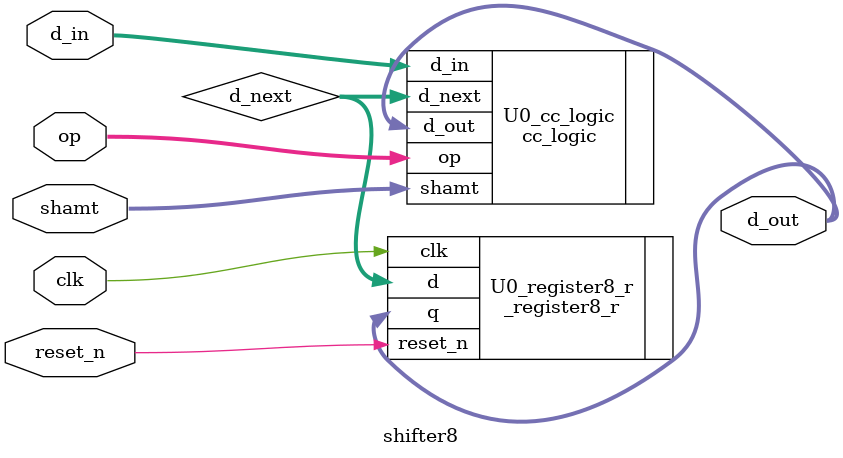
<source format=v>
module shifter8(clk, reset_n, op, shamt, d_in, d_out); // this module is 8 bits shifter 
input clk, reset_n; // define input clk, reset_n, reset_n is active low
input [2:0] op; // define 3 bits input op, it means op code
input [1:0] shamt; // define 2 bits input shamt, it means shift amount
input [7:0] d_in; // define 8 bits input d_in.
output [7:0] d_out; // define 8 bits output d_out, it means output

wire [7:0] d_next; // define 8 bits wire d_next

cc_logic U0_cc_logic( // cc_logic instance
	.op(op),
	.shamt(shamt), 
	.d_in(d_in), 
	.d_out(d_out),
	.d_next(d_next)
	);

_register8_r U0_register8_r( // _register8_r instance
	.clk(clk),
	.reset_n(reset_n),
	.d(d_next),
	.q(d_out)
	);

endmodule // end of module

</source>
